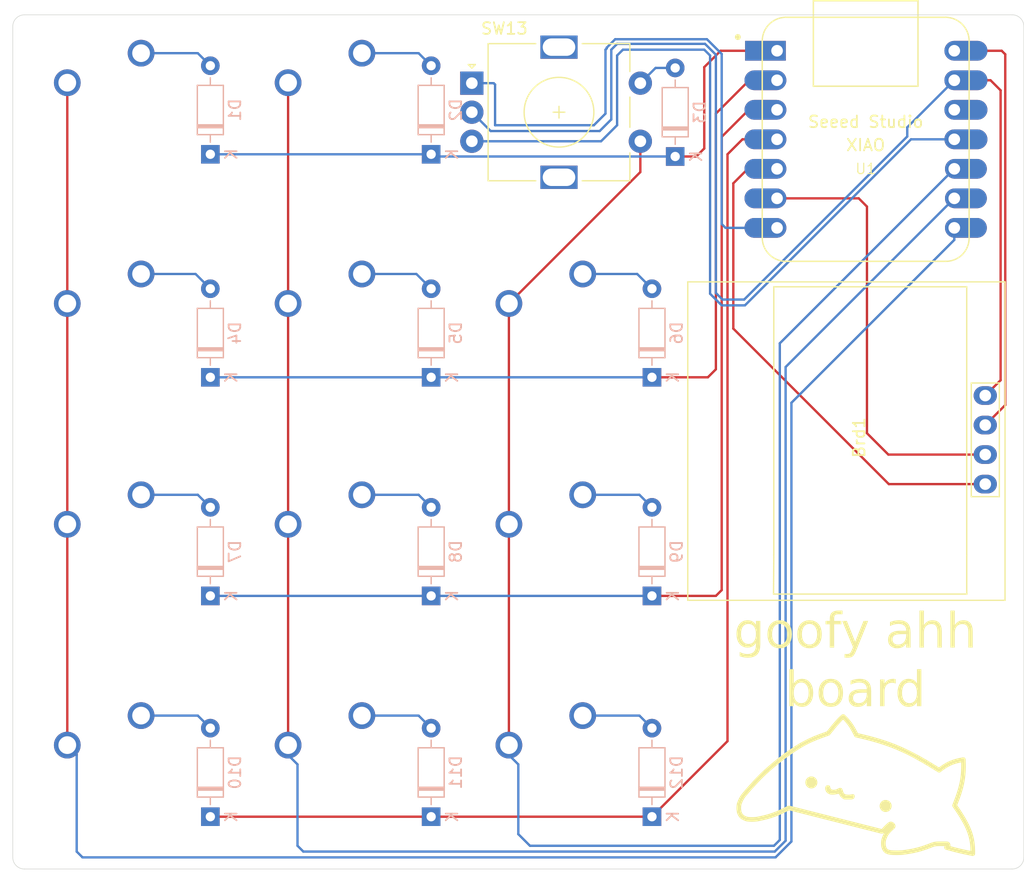
<source format=kicad_pcb>
(kicad_pcb (version 20240108) (generator "pcbnew") (generator_version "8.0")
  (layers (0 "F.Cu" signal) (31 "B.Cu" signal) (34 "B.Paste" user) (35 "F.Paste" user) (36 "B.SilkS" user "B.Silkscreen") (37 "F.SilkS" user "F.Silkscreen") (38 "B.Mask" user) (39 "F.Mask" user) (44 "Edge.Cuts" user))
  (net 0 "")
  (net 1 "SCL")
  (net 2 "GND")
  (net 3 "VCC")
  (net 4 "SDA")
  (net 5 "Net-(D1-A)")
  (net 6 "ROW0")
  (net 7 "Net-(D2-A)")
  (net 8 "ESWS2")
  (net 9 "ROW1")
  (net 10 "Net-(D5-A)")
  (net 11 "Net-(D6-A)")
  (net 12 "Net-(D7-A)")
  (net 13 "Net-(D8-A)")
  (net 14 "Net-(D9-A)")
  (net 15 "ROW2")
  (net 16 "Net-(D10-A)")
  (net 17 "Net-(D11-A)")
  (net 18 "Net-(D12-A)")
  (net 19 "Net-(D4-A)")
  (net 20 "COL2")
  (net 21 "COL1")
  (net 22 "COL0")
  (net 23 "ESWA")
  (net 24 "ESWB")
  (net 26 "ROW3")
  (footprint "footprints:XIAO-Generic-Hybrid-14P-2.54-21X17.8MM" (layer "F.Cu") (at 197.8895 72.712015)
    (property "Reference" "U1")
    (property "Value" "MOUDLE-SEEEDUINO-XIAO" (hide yes))
  )
  (footprint "footprints:MX-Solderable-1U" (layer "F.Cu") (at 152 89.38)
    (property "Reference" "SW5")
    (property "Value" "SW_Push_45deg")
  )
  (footprint "footprints:MX-Solderable-1U" (layer "F.Cu") (at 152 108.38)
    (property "Reference" "SW8")
    (property "Value" "SW_Push_45deg")
  )
  (footprint "footprints:MX-Solderable-1U" (layer "F.Cu") (at 133 70.38)
    (property "Reference" "SW1")
    (property "Value" "SW_Push_45deg")
  )
  (footprint "footprints:MX-Solderable-1U" (layer "F.Cu") (at 171 127.38)
    (property "Reference" "SW12")
    (property "Value" "SW_Push_45deg")
  )
  (footprint "SSD1306:128x64OLED" (layer "F.Cu") (at 197.58 98.38 -90)
    (property "Reference" "Brd1")
    (property "Value" "SSD1306")
  )
  (footprint "footprints:MX-Solderable-1U" (layer "F.Cu") (at 152 70.38)
    (property "Reference" "SW2")
    (property "Value" "SW_Push_45deg")
  )
  (footprint "footprints:MX-Solderable-1U" (layer "F.Cu") (at 133 108.38)
    (property "Reference" "SW7")
    (property "Value" "SW_Push_45deg")
  )
  (footprint "footprints:MX-Solderable-1U" (layer "F.Cu") (at 171 108.38)
    (property "Reference" "SW9")
    (property "Value" "SW_Push_45deg")
  )
  (footprint "footprints:MX-Solderable-1U" (layer "F.Cu") (at 171 89.38)
    (property "Reference" "SW6")
    (property "Value" "SW_Push_45deg")
  )
  (footprint "footprints:MX-Solderable-1U" (layer "F.Cu") (at 133 127.38)
    (property "Reference" "SW10")
    (property "Value" "SW_Push_45deg")
  )
  (footprint "footprints:MX-Solderable-1U" (layer "F.Cu") (at 152 127.38)
    (property "Reference" "SW11")
    (property "Value" "SW_Push_45deg")
  )
  (footprint "Rotary_Encoder:RotaryEncoder_Alps_EC11E-Switch_Vertical_H20mm" (layer "F.Cu") (at 164 67.88)
    (property "Reference" "SW13")
    (property "Value" "RotaryEncoder_Switch")
  )
  (footprint "footprints:MX-Solderable-1U" (layer "F.Cu") (at 133 89.38)
    (property "Reference" "SW4")
    (property "Value" "SW_Push_45deg")
  )
  (footprint "Diode_THT:D_DO-35_SOD27_P7.62mm_Horizontal" (layer "B.Cu") (at 179.5 112 90)
    (property "Reference" "D9")
    (property "Value" "D")
  )
  (footprint "Diode_THT:D_DO-35_SOD27_P7.62mm_Horizontal" (layer "B.Cu") (at 160.5 112 90)
    (property "Reference" "D8")
    (property "Value" "D")
  )
  (footprint "Diode_THT:D_DO-35_SOD27_P7.62mm_Horizontal" (layer "B.Cu") (at 141.5 74 90)
    (property "Reference" "D1")
    (property "Value" "D")
  )
  (footprint "Diode_THT:D_DO-35_SOD27_P7.62mm_Horizontal" (layer "B.Cu") (at 141.5 112 90)
    (property "Reference" "D7")
    (property "Value" "D")
  )
  (footprint "Diode_THT:D_DO-35_SOD27_P7.62mm_Horizontal" (layer "B.Cu") (at 160.5 131 90)
    (property "Reference" "D11")
    (property "Value" "D")
  )
  (footprint "Diode_THT:D_DO-35_SOD27_P7.62mm_Horizontal" (layer "B.Cu") (at 141.5 131 90)
    (property "Reference" "D10")
    (property "Value" "D")
  )
  (footprint "Diode_THT:D_DO-35_SOD27_P7.62mm_Horizontal" (layer "B.Cu") (at 160.5 74 90)
    (property "Reference" "D2")
    (property "Value" "D")
  )
  (footprint "Diode_THT:D_DO-35_SOD27_P7.62mm_Horizontal" (layer "B.Cu") (at 179.5 93.19 90)
    (property "Reference" "D6")
    (property "Value" "D")
  )
  (footprint "Diode_THT:D_DO-35_SOD27_P7.62mm_Horizontal" (layer "B.Cu") (at 141.5 93.19 90)
    (property "Reference" "D4")
    (property "Value" "D")
  )
  (footprint "Diode_THT:D_DO-35_SOD27_P7.62mm_Horizontal" (layer "B.Cu") (at 179.5 131 90)
    (property "Reference" "D12")
    (property "Value" "D")
  )
  (footprint "Diode_THT:D_DO-35_SOD27_P7.62mm_Horizontal" (layer "B.Cu") (at 181.5 74.19 90)
    (property "Reference" "D3")
    (property "Value" "D")
  )
  (footprint "Diode_THT:D_DO-35_SOD27_P7.62mm_Horizontal" (layer "B.Cu") (at 160.5 93.19 90)
    (property "Reference" "D5")
    (property "Value" "D")
  )
  (gr_poly (pts (xy 193.242635 127.536453) (xy 193.268836 127.538445) (xy 193.294657 127.541726) (xy 193.320064 127.546264) (xy 193.345025 127.552025) (xy 193.369509 127.558977) (xy 193.393481 127.567089) (xy 193.416911 127.576327) (xy 193.439765 127.586659) (xy 193.462011 127.598053) (xy 193.483617 127.610476) (xy 193.50455 127.623896) (xy 193.524778 127.63828) (xy 193.544269 127.653597) (xy 193.562989 127.669813) (xy 193.580907 127.686896) (xy 193.597991 127.704814) (xy 193.614207 127.723535) (xy 193.629524 127.743026) (xy 193.643908 127.763254) (xy 193.657328 127.784187) (xy 193.669751 127.805793) (xy 193.681145 127.828039) (xy 193.691477 127.850893) (xy 193.700715 127.874323) (xy 193.708827 127.898295) (xy 193.715779 127.922778) (xy 193.72154 127.94774) (xy 193.726078 127.973147) (xy 193.729359 127.998968) (xy 193.731351 128.025169) (xy 193.732023 128.051719) (xy 193.731351 128.078269) (xy 193.729359 128.104471) (xy 193.726078 128.130291) (xy 193.72154 128.155698) (xy 193.715779 128.18066) (xy 193.708827 128.205143) (xy 193.700715 128.229115) (xy 193.691477 128.252545) (xy 193.681145 128.275399) (xy 193.669751 128.297645) (xy 193.657328 128.319251) (xy 193.643908 128.340184) (xy 193.629524 128.360412) (xy 193.614207 128.379903) (xy 193.597991 128.398623) (xy 193.580907 128.416541) (xy 193.562989 128.433625) (xy 193.544269 128.449841) (xy 193.524778 128.465157) (xy 193.50455 128.479542) (xy 193.483617 128.492962) (xy 193.462011 128.505385) (xy 193.439765 128.516779) (xy 193.416911 128.527111) (xy 193.393481 128.536349) (xy 193.369509 128.54446) (xy 193.345025 128.551412) (xy 193.320064 128.557173) (xy 193.294657 128.561711) (xy 193.268836 128.564992) (xy 193.242635 128.566984) (xy 193.216085 128.567655) (xy 193.189535 128.566984) (xy 193.163334 128.564992) (xy 193.137513 128.561711) (xy 193.112106 128.557173) (xy 193.087144 128.551412) (xy 193.062661 128.54446) (xy 193.038689 128.536349) (xy 193.015259 128.527111) (xy 192.992405 128.516779) (xy 192.970159 128.505385) (xy 192.948553 128.492962) (xy 192.92762 128.479542) (xy 192.907392 128.465157) (xy 192.887901 128.449841) (xy 192.869181 128.433625) (xy 192.851262 128.416541) (xy 192.834179 128.398623) (xy 192.817963 128.379903) (xy 192.802646 128.360412) (xy 192.788262 128.340184) (xy 192.774842 128.319251) (xy 192.762419 128.297645) (xy 192.751025 128.275399) (xy 192.740693 128.252545) (xy 192.731455 128.229115) (xy 192.723343 128.205143) (xy 192.716391 128.18066) (xy 192.71063 128.155698) (xy 192.706092 128.130291) (xy 192.702811 128.104471) (xy 192.700819 128.078269) (xy 192.700148 128.051719) (xy 192.700819 128.025169) (xy 192.702811 127.998968) (xy 192.706092 127.973147) (xy 192.71063 127.94774) (xy 192.716391 127.922778) (xy 192.723343 127.898295) (xy 192.731455 127.874323) (xy 192.740693 127.850893) (xy 192.751025 127.828039) (xy 192.762419 127.805793) (xy 192.774842 127.784187) (xy 192.788262 127.763254) (xy 192.802646 127.743026) (xy 192.817963 127.723535) (xy 192.834179 127.704814) (xy 192.851262 127.686896) (xy 192.869181 127.669813) (xy 192.887901 127.653597) (xy 192.907392 127.63828) (xy 192.92762 127.623896) (xy 192.948553 127.610476) (xy 192.970159 127.598053) (xy 192.992405 127.586659) (xy 193.015259 127.576327) (xy 193.038689 127.567089) (xy 193.062661 127.558977) (xy 193.087144 127.552025) (xy 193.112106 127.546264) (xy 193.137513 127.541726) (xy 193.163334 127.538445) (xy 193.189535 127.536453) (xy 193.216085 127.535782)) (stroke (width -0.000001)) (fill solid) (layer "F.SilkS"))
  (gr_poly (pts (xy 196.122983 122.541653) (xy 196.201002 122.622971) (xy 196.275559 122.704472) (xy 196.347164 122.786944) (xy 196.416326 122.871174) (xy 196.483554 122.957953) (xy 196.549358 123.048068) (xy 196.614246 123.142309) (xy 196.678729 123.241464) (xy 196.743314 123.346321) (xy 196.808512 123.45767) (xy 196.874832 123.576298) (xy 196.942783 123.702995) (xy 197.085615 123.983751) (xy 197.618235 124.105803) (xy 198.122377 124.230705) (xy 198.601648 124.359746) (xy 199.059654 124.494213) (xy 199.5 124.635395) (xy 199.926292 124.784579) (xy 200.342137 124.943055) (xy 200.751138 125.112111) (xy 201.156904 125.293034) (xy 201.563038 125.487113) (xy 201.973147 125.695636) (xy 202.390838 125.919891) (xy 202.819714 126.161167) (xy 203.263383 126.420751) (xy 204.209521 127) (xy 204.340831 126.900266) (xy 204.467092 126.808334) (xy 204.589357 126.72375) (xy 204.708676 126.646064) (xy 204.826099 126.574822) (xy 204.942676 126.509572) (xy 205.05946 126.449863) (xy 205.177499 126.395242) (xy 205.297846 126.345257) (xy 205.42155 126.299456) (xy 205.549662 126.257387) (xy 205.683232 126.218597) (xy 205.823312 126.182634) (xy 205.970952 126.149046) (xy 206.127203 126.117381) (xy 206.293115 126.087187) (xy 206.302868 126.352926) (xy 206.306771 126.606885) (xy 206.304453 126.851048) (xy 206.295542 127.0874) (xy 206.279666 127.317921) (xy 206.256454 127.544596) (xy 206.225534 127.769409) (xy 206.186534 127.994341) (xy 206.139082 128.221376) (xy 206.082807 128.452498) (xy 206.017337 128.689689) (xy 205.9423 128.934932) (xy 205.857325 129.190212) (xy 205.76204 129.45751) (xy 205.539052 130.036095) (xy 205.763163 130.36243) (xy 205.966715 130.670067) (xy 206.150509 130.961094) (xy 206.315348 131.2376) (xy 206.462034 131.501675) (xy 206.591367 131.755407) (xy 206.70415 132.000885) (xy 206.801185 132.240198) (xy 206.883272 132.475436) (xy 206.951214 132.708686) (xy 207.005812 132.942038) (xy 207.047869 133.17758) (xy 207.078185 133.417403) (xy 207.097563 133.663594) (xy 207.106804 133.918243) (xy 207.10671 134.183438) (xy 206.505784 134.062234) (xy 206.236912 134.003857) (xy 205.97697 133.944077) (xy 205.716859 133.880731) (xy 205.447479 133.811655) (xy 204.844522 133.647656) (xy 204.866874 133.639035) (xy 204.887003 133.630471) (xy 204.904995 133.621877) (xy 204.913217 133.617543) (xy 204.920936 133.61317) (xy 204.928164 133.608748) (xy 204.934911 133.604266) (xy 204.941188 133.599713) (xy 204.947006 133.595079) (xy 204.952376 133.590353) (xy 204.957307 133.585525) (xy 204.961812 133.580583) (xy 204.9659 133.575519) (xy 204.969582 133.57032) (xy 204.97287 133.564977) (xy 204.975773 133.559478) (xy 204.978303 133.553814) (xy 204.98047 133.547973) (xy 204.982285 133.541945) (xy 204.983758 133.53572) (xy 204.984901 133.529287) (xy 204.985724 133.522635) (xy 204.986238 133.515754) (xy 204.986453 133.508633) (xy 204.986381 133.501262) (xy 204.985415 133.485726) (xy 204.983428 133.469061) (xy 204.981843 133.452392) (xy 204.979904 133.436897) (xy 204.977486 133.422552) (xy 204.97446 133.409334) (xy 204.97268 133.40314) (xy 204.9707 133.39722) (xy 204.968505 133.39157) (xy 204.966078 133.386187) (xy 204.963404 133.381068) (xy 204.960468 133.37621) (xy 204.957252 133.371612) (xy 204.953742 133.367268) (xy 204.949921 133.363178) (xy 204.945773 133.359337) (xy 204.941283 133.355743) (xy 204.936435 133.352393) (xy 204.931212 133.349283) (xy 204.9256 133.346412) (xy 204.919581 133.343776) (xy 204.91314 133.341373) (xy 204.906262 133.339198) (xy 204.89893 133.337251) (xy 204.891128 133.335526) (xy 204.882841 133.334023) (xy 204.874053 133.332736) (xy 204.864748 133.331665) (xy 204.844522 133.330155) (xy 204.110303 133.330155) (xy 204.021408 133.335815) (xy 203.980249 133.339417) (xy 203.940872 133.343633) (xy 203.902968 133.348537) (xy 203.866229 133.354203) (xy 203.830348 133.360704) (xy 203.795016 133.368116) (xy 203.759924 133.376512) (xy 203.724765 133.385966) (xy 203.689231 133.396553) (xy 203.653014 133.408346) (xy 203.615805 133.421419) (xy 203.577296 133.435847) (xy 203.495147 133.469061) (xy 203.172711 133.59015) (xy 202.874911 133.693773) (xy 202.591905 133.782351) (xy 202.313853 133.858302) (xy 202.030914 133.924046) (xy 201.733247 133.982) (xy 201.411011 134.034585) (xy 201.054364 134.084218) (xy 200.916405 134.091628) (xy 200.790406 134.09692) (xy 200.672378 134.100096) (xy 200.558332 134.101154) (xy 200.444279 134.100096) (xy 200.326228 134.09692) (xy 200.200191 134.091628) (xy 200.062178 134.084218) (xy 199.989342 134.072222) (xy 199.922412 134.058503) (xy 199.861068 134.042782) (xy 199.804994 134.024778) (xy 199.778833 134.014832) (xy 199.75387 134.00421) (xy 199.730064 133.992877) (xy 199.707377 133.980799) (xy 199.685769 133.967939) (xy 199.665199 133.954263) (xy 199.645628 133.939737) (xy 199.627016 133.924323) (xy 199.609323 133.907989) (xy 199.592509 133.890699) (xy 199.576535 133.872417) (xy 199.561361 133.853108) (xy 199.546947 133.832739) (xy 199.533254 133.811272) (xy 199.520241 133.788675) (xy 199.507868 133.76491) (xy 199.496097 133.739945) (xy 199.484886 133.713742) (xy 199.463989 133.657487) (xy 199.444859 133.595864) (xy 199.427177 133.528594) (xy 199.419731 133.459625) (xy 199.414392 133.397175) (xy 199.411171 133.339333) (xy 199.410078 133.284188) (xy 199.411122 133.229828) (xy 199.414313 133.174342) (xy 199.419662 133.115817) (xy 199.427177 133.052343) (xy 199.453611 132.960205) (xy 199.481181 132.873471) (xy 199.510271 132.791559) (xy 199.541264 132.713891) (xy 199.574543 132.639884) (xy 199.610491 132.568959) (xy 199.649492 132.500534) (xy 199.691928 132.434028) (xy 199.738183 132.368862) (xy 199.788641 132.304453) (xy 199.843683 132.240222) (xy 199.903694 132.175588) (xy 199.969056 132.109971) (xy 200.040153 132.042788) (xy 200.117368 131.97346) (xy 200.201084 131.901406) (xy 200.208535 131.894956) (xy 200.215427 131.888522) (xy 200.221764 131.8821) (xy 200.227549 131.875685) (xy 200.232787 131.869275) (xy 200.237482 131.862864) (xy 200.241636 131.856449) (xy 200.245255 131.850026) (xy 200.248341 131.843591) (xy 200.250899 131.83714) (xy 200.252933 131.830669) (xy 200.254446 131.824174) (xy 200.255442 131.817652) (xy 200.255925 131.811097) (xy 200.255898 131.804506) (xy 200.255367 131.797876) (xy 200.254333 131.791202) (xy 200.252802 131.784479) (xy 200.250777 131.777706) (xy 200.248262 131.770876) (xy 200.24526 131.763987) (xy 200.241776 131.757033) (xy 200.237813 131.750013) (xy 200.233376 131.74292) (xy 200.228467 131.735752) (xy 200.223092 131.728504) (xy 200.217252 131.721173) (xy 200.210954 131.713754) (xy 200.196993 131.698638) (xy 200.18124 131.683124) (xy 200.161521 131.667602) (xy 200.14323 131.654449) (xy 200.134556 131.648741) (xy 200.126164 131.643601) (xy 200.118027 131.639021) (xy 200.110119 131.634994) (xy 200.102417 131.63151) (xy 200.094894 131.628563) (xy 200.087524 131.626144) (xy 200.080283 131.624245) (xy 200.073144 131.622858) (xy 200.066083 131.621975) (xy 200.059075 131.621588) (xy 200.052093 131.621689) (xy 200.045112 131.62227) (xy 200.038107 131.623323) (xy 200.031052 131.62484) (xy 200.023923 131.626812) (xy 200.016693 131.629233) (xy 200.009338 131.632093) (xy 200.001831 131.635385) (xy 199.994147 131.639102) (xy 199.978149 131.647773) (xy 199.961139 131.658043) (xy 199.942914 131.669848) (xy 199.923272 131.683124) (xy 199.843456 131.754019) (xy 199.776073 131.815184) (xy 199.717451 131.870213) (xy 199.663915 131.922704) (xy 199.611794 131.976254) (xy 199.557412 132.034458) (xy 199.497098 132.100914) (xy 199.427177 132.179218) (xy 199.412771 132.194571) (xy 199.398714 132.208157) (xy 199.384883 132.220021) (xy 199.371153 132.230211) (xy 199.357401 132.238772) (xy 199.350478 132.242457) (xy 199.343503 132.245752) (xy 199.33646 132.248663) (xy 199.329335 132.251196) (xy 199.32211 132.253357) (xy 199.314772 132.255151) (xy 199.307304 132.256585) (xy 199.299692 132.257663) (xy 199.283969 132.258779) (xy 199.26748 132.258546) (xy 199.250102 132.257008) (xy 199.231709 132.254214) (xy 199.212179 132.250208) (xy 199.191387 132.245038) (xy 199.169209 132.238751) (xy 191.410304 130.274219) (xy 191.385035 130.267396) (xy 191.373112 130.264591) (xy 191.361636 130.262176) (xy 191.350585 130.260141) (xy 191.339937 130.258477) (xy 191.329672 130.257173) (xy 191.319768 130.256219) (xy 191.310204 130.255606) (xy 191.300958 130.255324) (xy 191.29201 130.255361) (xy 191.283337 130.255709) (xy 191.274918 130.256358) (xy 191.266733 130.257297) (xy 191.25876 130.258516) (xy 191.250977 130.260005) (xy 191.243364 130.261755) (xy 191.235899 130.263755) (xy 191.221327 130.268467) (xy 191.207091 130.274059) (xy 191.193021 130.280453) (xy 191.178947 130.287568) (xy 191.164697 130.295323) (xy 191.134991 130.312438) (xy 191.132491 130.313907) (xy 190.794099 130.48361) (xy 190.481064 130.629666) (xy 190.330804 130.694928) (xy 190.182983 130.755602) (xy 190.0363 130.812126) (xy 189.889454 130.864943) (xy 189.741146 130.914492) (xy 189.590074 130.961215) (xy 189.434939 131.005552) (xy 189.274441 131.047944) (xy 188.932151 131.128656) (xy 188.552803 131.206876) (xy 188.428789 131.219513) (xy 188.316025 131.228659) (xy 188.211009 131.234254) (xy 188.110243 131.236239) (xy 188.010227 131.234554) (xy 187.907461 131.229138) (xy 187.798444 131.219932) (xy 187.679678 131.206876) (xy 187.606728 131.182327) (xy 187.539352 131.157455) (xy 187.477237 131.131933) (xy 187.420065 131.105433) (xy 187.367523 131.077626) (xy 187.319296 131.048185) (xy 187.296702 131.032749) (xy 187.275068 131.016781) (xy 187.254355 131.000241) (xy 187.234524 130.983087) (xy 187.215535 130.965279) (xy 187.197349 130.946775) (xy 187.179926 130.927534) (xy 187.163228 130.907516) (xy 187.147214 130.886679) (xy 187.131846 130.864983) (xy 187.117084 130.842386) (xy 187.102888 130.818847) (xy 187.076039 130.768781) (xy 187.050983 130.714456) (xy 187.027405 130.655545) (xy 187.004991 130.591719) (xy 186.990185 130.495129) (xy 186.979564 130.406916) (xy 186.975831 130.365079) (xy 186.973152 130.324289) (xy 186.97153 130.284196) (xy 186.970969 130.244453) (xy 186.971472 130.20471) (xy 186.97304 130.164618) (xy 186.975677 130.123828) (xy 186.979386 130.08199) (xy 186.984169 130.038757) (xy 186.990029 129.993778) (xy 187.004991 129.897189) (xy 187.057593 129.7626) (xy 187.082907 129.700966) (xy 187.107972 129.642505) (xy 187.133096 129.586764) (xy 187.158585 129.533292) (xy 187.184747 129.481638) (xy 187.211887 129.43135) (xy 187.240313 129.381977) (xy 187.270333 129.333068) (xy 187.302252 129.28417) (xy 187.336377 129.234833) (xy 187.373017 129.184605) (xy 187.412477 129.133035) (xy 187.455064 129.079671) (xy 187.501085 129.024062) (xy 187.950793 128.506185) (xy 188.370815 128.043511) (xy 188.775533 127.622534) (xy 188.976648 127.423463) (xy 189.179331 127.229751) (xy 189.385379 127.039712) (xy 189.59659 126.851657) (xy 190.041693 126.474749) (xy 190.529022 126.085521) (xy 191.07296 125.670469) (xy 191.527873 125.351016) (xy 191.949759 125.072869) (xy 192.152659 124.947016) (xy 192.352511 124.828766) (xy 192.551053 124.717211) (xy 192.75002 124.611443) (xy 192.951149 124.510554) (xy 193.156177 124.413637) (xy 193.366841 124.319783) (xy 193.584875 124.228084) (xy 194.050005 124.047522) (xy 194.565459 123.864688) (xy 194.58093 123.860673) (xy 194.588 123.858685) (xy 194.594697 123.856684) (xy 194.601071 123.854654) (xy 194.607174 123.852574) (xy 194.613058 123.850427) (xy 194.618774 123.848193) (xy 194.624375 123.845855) (xy 194.629912 123.843394) (xy 194.635436 123.840791) (xy 194.640999 123.838027) (xy 194.65245 123.831946) (xy 194.664678 123.825001) (xy 195.139847 123.236301) (xy 195.341499 122.997135) (xy 195.552445 122.760866) (xy 195.657678 122.65002) (xy 195.760762 122.547341) (xy 195.860207 122.455309) (xy 195.954522 122.376406)) (stroke (width 0.396874)) (fill none) (layer "F.SilkS"))
  (gr_poly (pts (xy 194.675209 128.29119) (xy 194.695203 128.293495) (xy 194.713484 128.296849) (xy 194.722013 128.298948) (xy 194.730151 128.301342) (xy 194.737909 128.304043) (xy 194.745301 128.307061) (xy 194.752338 128.310409) (xy 194.759032 128.314096) (xy 194.765396 128.318134) (xy 194.771442 128.322534) (xy 194.777182 128.327307) (xy 194.782629 128.332465) (xy 194.787794 128.338017) (xy 194.79269 128.343976) (xy 194.797329 128.350352) (xy 194.801724 128.357157) (xy 194.805885 128.364401) (xy 194.809827 128.372095) (xy 194.813561 128.380252) (xy 194.817098 128.38888) (xy 194.823635 128.4076) (xy 194.829536 128.428344) (xy 194.834897 128.4512) (xy 194.839817 128.476256) (xy 194.849937 128.505202) (xy 194.86047 128.531522) (xy 194.871571 128.555316) (xy 194.883395 128.576688) (xy 194.889627 128.586497) (xy 194.896098 128.595738) (xy 194.902826 128.604425) (xy 194.909833 128.61257) (xy 194.917136 128.620186) (xy 194.924756 128.627286) (xy 194.932711 128.633882) (xy 194.941022 128.639987) (xy 194.949707 128.645614) (xy 194.958785 128.650775) (xy 194.968277 128.655484) (xy 194.978201 128.659753) (xy 194.988577 128.663595) (xy 194.999424 128.667023) (xy 195.010762 128.67005) (xy 195.02261 128.672687) (xy 195.047912 128.676847) (xy 195.075486 128.679605) (xy 195.105487 128.681063) (xy 195.13807 128.681323) (xy 195.165858 128.679864) (xy 195.192032 128.677981) (xy 195.216775 128.675639) (xy 195.240274 128.672805) (xy 195.26271 128.669446) (xy 195.284271 128.665526) (xy 195.305139 128.661013) (xy 195.325499 128.655872) (xy 195.345537 128.65007) (xy 195.365435 128.643573) (xy 195.385379 128.636347) (xy 195.405553 128.628358) (xy 195.426142 128.619572) (xy 195.44733 128.609956) (xy 195.492242 128.588097) (xy 195.539632 128.564617) (xy 195.561949 128.554578) (xy 195.583384 128.545684) (xy 195.603966 128.537943) (xy 195.623722 128.531361) (xy 195.642681 128.525948) (xy 195.660871 128.52171) (xy 195.678319 128.518657) (xy 195.695054 128.516795) (xy 195.711104 128.516132) (xy 195.726497 128.516677) (xy 195.741261 128.518437) (xy 195.755425 128.52142) (xy 195.769015 128.525633) (xy 195.78206 128.531085) (xy 195.794589 128.537784) (xy 195.806629 128.545737) (xy 195.818209 128.554951) (xy 195.829356 128.565436) (xy 195.840098 128.577199) (xy 195.850465 128.590247) (xy 195.860482 128.604589) (xy 195.87018 128.620232) (xy 195.879585 128.637184) (xy 195.888727 128.655453) (xy 195.897632 128.675047) (xy 195.906329 128.695973) (xy 195.923212 128.741855) (xy 195.939599 128.793161) (xy 195.939598 128.793161) (xy 195.951245 128.836611) (xy 195.963832 128.875715) (xy 195.977559 128.910715) (xy 195.984914 128.926752) (xy 195.992629 128.941856) (xy 196.00073 128.956056) (xy 196.009242 128.969382) (xy 196.01819 128.981867) (xy 196.0276 128.993539) (xy 196.037496 129.004429) (xy 196.047903 129.014568) (xy 196.058848 129.023987) (xy 196.070354 129.032716) (xy 196.082447 129.040785) (xy 196.095153 129.048225) (xy 196.108495 129.055067) (xy 196.122501 129.061341) (xy 196.137194 129.067077) (xy 196.1526 129.072307) (xy 196.18565 129.081368) (xy 196.221854 129.088767) (xy 196.261412 129.094749) (xy 196.304525 129.099558) (xy 196.351395 129.103438) (xy 196.391206 129.10511) (xy 196.427302 129.105756) (xy 196.460816 129.105297) (xy 196.492877 129.103651) (xy 196.524616 129.100738) (xy 196.557164 129.096478) (xy 196.591651 129.09079) (xy 196.629209 129.083594) (xy 196.6698 129.076884) (xy 196.706889 129.071489) (xy 196.740633 129.067632) (xy 196.771189 129.065537) (xy 196.78532 129.06522) (xy 196.798713 129.065427) (xy 196.811387 129.066186) (xy 196.823363 129.067526) (xy 196.834658 129.069473) (xy 196.845294 129.072057) (xy 196.85529 129.075304) (xy 196.864665 129.079243) (xy 196.873438 129.083903) (xy 196.881631 129.08931) (xy 196.889261 129.095492) (xy 196.896349 129.102479) (xy 196.902914 129.110297) (xy 196.908976 129.118974) (xy 196.914554 129.128539) (xy 196.919669 129.13902) (xy 196.924339 129.150444) (xy 196.928584 129.162839) (xy 196.932424 129.176233) (xy 196.935879 129.190655) (xy 196.938968 129.206131) (xy 196.94171 129.222691) (xy 196.944125 129.240362) (xy 196.946233 129.259171) (xy 196.940163 129.290677) (xy 196.932759 129.319662) (xy 196.923917 129.346233) (xy 196.918922 129.358646) (xy 196.913527 129.370494) (xy 196.907719 129.381793) (xy 196.901484 129.392554) (xy 196.894809 129.40279) (xy 196.887681 129.412516) (xy 196.880086 129.421744) (xy 196.87201 129.430488) (xy 196.863442 129.438761) (xy 196.854366 129.446576) (xy 196.84477 129.453946) (xy 196.834641 129.460885) (xy 196.823965 129.467405) (xy 196.812728 129.473521) (xy 196.800918 129.479245) (xy 196.788521 129.484591) (xy 196.761913 129.494201) (xy 196.732796 129.502456) (xy 196.701064 129.509463) (xy 196.66661 129.515328) (xy 196.629328 129.520156) (xy 196.133115 129.520156) (xy 196.116107 129.518564) (xy 196.099935 129.5166) (xy 196.084506 129.514236) (xy 196.069728 129.511448) (xy 196.055507 129.508208) (xy 196.04175 129.504492) (xy 196.028365 129.500273) (xy 196.015258 129.495525) (xy 196.002337 129.490222) (xy 195.989509 129.484339) (xy 195.97668 129.477848) (xy 195.963758 129.470725) (xy 195.95065 129.462943) (xy 195.937262 129.454477) (xy 195.923503 129.445299) (xy 195.909278 129.435385) (xy 195.880588 129.414043) (xy 195.854054 129.393681) (xy 195.829546 129.374142) (xy 195.806937 129.355269) (xy 195.786099 129.336904) (xy 195.766902 129.318888) (xy 195.749219 129.301065) (xy 195.732922 129.283276) (xy 195.717882 129.265364) (xy 195.703971 129.247171) (xy 195.69106 129.228539) (xy 195.679021 129.209311) (xy 195.667726 129.189329) (xy 195.657047 129.168436) (xy 195.646855 129.146473) (xy 195.637022 129.123282) (xy 195.63214 129.111851) (xy 195.627186 129.101391) (xy 195.622154 129.091863) (xy 195.61704 129.083232) (xy 195.611837 129.075459) (xy 195.606541 129.068508) (xy 195.601144 129.062341) (xy 195.595643 129.05692) (xy 195.590031 129.05221) (xy 195.584303 129.048172) (xy 195.578453 129.04477) (xy 195.572476 129.041966) (xy 195.566366 129.039722) (xy 195.560118 129.038002) (xy 195.553725 129.036769) (xy 195.547184 129.035985) (xy 195.540487 129.035613) (xy 195.53363 129.035615) (xy 195.519412 129.036595) (xy 195.504485 129.038627) (xy 195.488805 129.041414) (xy 195.455009 129.048058) (xy 195.436804 129.051321) (xy 195.417669 129.054146) (xy 195.336157 129.071283) (xy 195.257334 129.085184) (xy 195.218613 129.090765) (xy 195.180183 129.095351) (xy 195.141917 129.098878) (xy 195.103686 129.101286) (xy 195.065365 129.102511) (xy 195.026827 129.102492) (xy 194.987943 129.101167) (xy 194.948587 129.098472) (xy 194.908632 129.094346) (xy 194.86795 129.088727) (xy 194.826415 129.081553) (xy 194.783899 129.072761) (xy 194.742869 129.051417) (xy 194.705724 129.031424) (xy 194.672172 129.01247) (xy 194.64192 128.994243) (xy 194.614675 128.97643) (xy 194.590144 128.95872) (xy 194.568036 128.9408) (xy 194.548056 128.922359) (xy 194.538773 128.912845) (xy 194.529912 128.903084) (xy 194.521438 128.893036) (xy 194.513312 128.882663) (xy 194.497963 128.860783) (xy 194.483571 128.837134) (xy 194.469845 128.811401) (xy 194.45649 128.783275) (xy 194.443216 128.752441) (xy 194.429728 128.718589) (xy 194.421803 128.683712) (xy 194.415629 128.652099) (xy 194.413175 128.637212) (xy 194.411129 128.622774) (xy 194.409483 128.608663) (xy 194.408227 128.594758) (xy 194.407352 128.580937) (xy 194.406847 128.567076) (xy 194.406704 128.553054) (xy 194.406913 128.53875) (xy 194.407464 128.52404) (xy 194.408347 128.508802) (xy 194.411075 128.476256) (xy 194.419672 128.451399) (xy 194.428628 128.428814) (xy 194.438055 128.408393) (xy 194.448063 128.390024) (xy 194.453318 128.381576) (xy 194.45876 128.3736) (xy 194.464401 128.366082) (xy 194.470256 128.359009) (xy 194.476339 128.352367) (xy 194.482663 128.346142) (xy 194.489242 128.340321) (xy 194.49609 128.33489) (xy 194.50322 128.329836) (xy 194.510646 128.325143) (xy 194.518382 128.3208) (xy 194.526442 128.316792) (xy 194.534839 128.313105) (xy 194.543587 128.309726) (xy 194.562192 128.303836) (xy 194.582367 128.299013) (xy 194.60422 128.295147) (xy 194.627864 128.292127) (xy 194.653406 128.289845)) (stroke (width -0.000001)) (fill solid) (layer "F.SilkS"))
  (gr_poly (pts (xy 199.632321 129.560516) (xy 199.658523 129.562508) (xy 199.684343 129.565789) (xy 199.709751 129.570326) (xy 199.734712 129.576087) (xy 199.759195 129.58304) (xy 199.783168 129.591151) (xy 199.806598 129.600389) (xy 199.829452 129.610721) (xy 199.851698 129.622115) (xy 199.873304 129.634538) (xy 199.894237 129.647958) (xy 199.914465 129.662343) (xy 199.933956 129.677659) (xy 199.952676 129.693875) (xy 199.970595 129.710958) (xy 199.987678 129.728877) (xy 200.003894 129.747597) (xy 200.019211 129.767088) (xy 200.033595 129.787316) (xy 200.047016 129.808249) (xy 200.059439 129.829855) (xy 200.070833 129.852101) (xy 200.081165 129.874955) (xy 200.090403 129.898384) (xy 200.098514 129.922357) (xy 200.105467 129.94684) (xy 200.111228 129.971801) (xy 200.115765 129.997209) (xy 200.119046 130.023029) (xy 200.121039 130.049231) (xy 200.12171 130.075781) (xy 200.121039 130.102331) (xy 200.119046 130.128532) (xy 200.115765 130.154353) (xy 200.111228 130.17976) (xy 200.105467 130.204721) (xy 200.098514 130.229205) (xy 200.090403 130.253177) (xy 200.081165 130.276607) (xy 200.070833 130.299461) (xy 200.059439 130.321707) (xy 200.047016 130.343313) (xy 200.033595 130.364246) (xy 200.019211 130.384475) (xy 200.003894 130.403965) (xy 199.987678 130.422686) (xy 199.970595 130.440604) (xy 199.952676 130.457687) (xy 199.933956 130.473904) (xy 199.914465 130.48922) (xy 199.894237 130.503605) (xy 199.873304 130.517025) (xy 199.851698 130.529448) (xy 199.829452 130.540842) (xy 199.806598 130.551174) (xy 199.783168 130.560412) (xy 199.759195 130.568524) (xy 199.734712 130.575476) (xy 199.709751 130.581237) (xy 199.684343 130.585774) (xy 199.658523 130.589055) (xy 199.632321 130.591048) (xy 199.605771 130.591719) (xy 199.579221 130.591048) (xy 199.55302 130.589055) (xy 199.527199 130.585774) (xy 199.501792 130.581237) (xy 199.476831 130.575476) (xy 199.452348 130.568524) (xy 199.428375 130.560412) (xy 199.404945 130.551174) (xy 199.382091 130.540842) (xy 199.359845 130.529448) (xy 199.338239 130.517025) (xy 199.317306 130.503605) (xy 199.297078 130.48922) (xy 199.277588 130.473904) (xy 199.258867 130.457687) (xy 199.240949 130.440604) (xy 199.223866 130.422686) (xy 199.20765 130.403965) (xy 199.192333 130.384475) (xy 199.177949 130.364246) (xy 199.164529 130.343313) (xy 199.152106 130.321707) (xy 199.140712 130.299461) (xy 199.13038 130.276607) (xy 199.121142 130.253177) (xy 199.11303 130.229205) (xy 199.106078 130.204721) (xy 199.100317 130.17976) (xy 199.09578 130.154353) (xy 199.092499 130.128532) (xy 199.090506 130.102331) (xy 199.089835 130.075781) (xy 199.090506 130.049231) (xy 199.092499 130.023029) (xy 199.09578 129.997209) (xy 199.100317 129.971801) (xy 199.106078 129.94684) (xy 199.11303 129.922357) (xy 199.121142 129.898384) (xy 199.13038 129.874955) (xy 199.140712 129.852101) (xy 199.152106 129.829855) (xy 199.164529 129.808249) (xy 199.177949 129.787316) (xy 199.192333 129.767088) (xy 199.20765 129.747597) (xy 199.223866 129.728877) (xy 199.240949 129.710958) (xy 199.258867 129.693875) (xy 199.277588 129.677659) (xy 199.297078 129.662343) (xy 199.317306 129.647958) (xy 199.338239 129.634538) (xy 199.359845 129.622115) (xy 199.382091 129.610721) (xy 199.404945 129.600389) (xy 199.428375 129.591151) (xy 199.452348 129.58304) (xy 199.476831 129.576087) (xy 199.501792 129.570326) (xy 199.527199 129.565789) (xy 199.55302 129.562508) (xy 199.579221 129.560516) (xy 199.605771 129.559844)) (stroke (width -0.000001)) (fill solid) (layer "F.SilkS"))
  (gr_arc (start 125.5 135.5) (mid 124.792893 135.207107) (end 124.5 134.5) (stroke (width 0.05)) (layer "Edge.Cuts"))
  (gr_arc (start 124.5 63) (mid 124.792893 62.292893) (end 125.5 62) (stroke (width 0.05)) (layer "Edge.Cuts"))
  (gr_line (start 211.5 63) (end 211.5 134.5) (stroke (width 0.05)) (layer "Edge.Cuts"))
  (gr_arc (start 210.5 62) (mid 211.207107 62.292893) (end 211.5 63) (stroke (width 0.05)) (layer "Edge.Cuts"))
  (gr_line (start 124.5 134.5) (end 124.5 63) (stroke (width 0.05)) (layer "Edge.Cuts"))
  (gr_arc (start 211.5 134.5) (mid 211.207107 135.207107) (end 210.5 135.5) (stroke (width 0.05)) (layer "Edge.Cuts"))
  (gr_line (start 210.5 135.5) (end 125.5 135.5) (stroke (width 0.05)) (layer "Edge.Cuts"))
  (gr_line (start 125.5 62) (end 210.5 62) (stroke (width 0.05)) (layer "Edge.Cuts"))
  (gr_text "goofy ahh\nboard" (at 197 122 -0) (layer "F.SilkS") (effects (font (size 3 3) (thickness 0.1)) (justify bottom)))
  (segment (start 197.292015 77.792015) (end 190.2645 77.792015) (width 0.2) (layer "F.Cu") (net 1))
  (segment (start 198 98) (end 198 78.5) (width 0.2) (layer "F.Cu") (net 1))
  (segment (start 208.18 99.84) (end 199.84 99.84) (width 0.2) (layer "F.Cu") (net 1))
  (segment (start 199.84 99.84) (end 198 98) (width 0.2) (layer "F.Cu") (net 1))
  (segment (start 198 78.5) (end 197.292015 77.792015) (width 0.2) (layer "F.Cu") (net 1))
  (segment (start 208.632015 67.632015) (end 205.5145 67.632015) (width 0.2) (layer "F.Cu") (net 2))
  (segment (start 208.18 94.76) (end 209.5 93.44) (width 0.2) (layer "F.Cu") (net 2))
  (segment (start 209.5 68.5) (end 208.632015 67.632015) (width 0.2) (layer "F.Cu") (net 2))
  (segment (start 209.5 93.44) (end 209.5 68.5) (width 0.2) (layer "F.Cu") (net 2))
  (segment (start 184.065686 64.5) (end 185 65.434314) (width 0.2) (layer "B.Cu") (net 2))
  (segment (start 175 72) (end 176 71) (width 0.2) (layer "B.Cu") (net 2))
  (segment (start 165.62 72) (end 175 72) (width 0.2) (layer "B.Cu") (net 2))
  (segment (start 187.434314 86.5) (end 201.467157 72.467157) (width 0.2) (layer "B.Cu") (net 2))
  (segment (start 185.565686 86.5) (end 187.434314 86.5) (width 0.2) (layer "B.Cu") (net 2))
  (segment (start 176 65) (end 176.5 64.5) (width 0.2) (layer "B.Cu") (net 2))
  (segment (start 164 70.38) (end 165.62 72) (width 0.2) (layer "B.Cu") (net 2))
  (segment (start 185 85.934314) (end 185.565686 86.5) (width 0.2) (layer "B.Cu") (net 2))
  (segment (start 201.467157 72.467157) (end 201.467157 71.679358) (width 0.2) (layer "B.Cu") (net 2))
  (segment (start 201.467157 71.679358) (end 205.5145 67.632015) (width 0.2) (layer "B.Cu") (net 2))
  (segment (start 176 71) (end 176 65) (width 0.2) (layer "B.Cu") (net 2))
  (segment (start 185 65.434314) (end 185 85.934314) (width 0.2) (layer "B.Cu") (net 2))
  (segment (start 176.5 64.5) (end 184.065686 64.5) (width 0.2) (layer "B.Cu") (net 2))
  (segment (start 209.9 65.4) (end 209.592015 65.092015) (width 0.2) (layer "F.Cu") (net 3))
  (segment (start 208.18 97.3) (end 209.9 95.58) (width 0.2) (layer "F.Cu") (net 3))
  (segment (start 209.592015 65.092015) (end 205.5145 65.092015) (width 0.2) (layer "F.Cu") (net 3))
  (segment (start 209.9 95.58) (end 209.9 65.4) (width 0.2) (layer "F.Cu") (net 3))
  (segment (start 208.18 102.38) (end 199.88 102.38) (width 0.2) (layer "F.Cu") (net 4))
  (segment (start 187.747985 75.252015) (end 190.2645 75.252015) (width 0.2) (layer "F.Cu") (net 4))
  (segment (start 199.88 102.38) (end 186.5 89) (width 0.2) (layer "F.Cu") (net 4))
  (segment (start 186.5 89) (end 186.5 76.5) (width 0.2) (layer "F.Cu") (net 4))
  (segment (start 186.5 76.5) (end 187.747985 75.252015) (width 0.2) (layer "F.Cu") (net 4))
  (segment (start 140.42 65.3) (end 141.5 66.38) (width 0.2) (layer "B.Cu") (net 5))
  (segment (start 135.54 65.3) (end 140.42 65.3) (width 0.2) (layer "B.Cu") (net 5))
  (segment (start 183.31 74.19) (end 184 73.5) (width 0.2) (layer "F.Cu") (net 6))
  (segment (start 185.407985 65.092015) (end 190.2645 65.092015) (width 0.2) (layer "F.Cu") (net 6))
  (segment (start 181.5 74.19) (end 183.31 74.19) (width 0.2) (layer "F.Cu") (net 6))
  (segment (start 184 66.5) (end 185.407985 65.092015) (width 0.2) (layer "F.Cu") (net 6))
  (segment (start 184 73.5) (end 184 66.5) (width 0.2) (layer "F.Cu") (net 6))
  (segment (start 160.5 74) (end 160.69 74.19) (width 0.2) (layer "B.Cu") (net 6))
  (segment (start 160.69 74.19) (end 181.5 74.19) (width 0.2) (layer "B.Cu") (net 6))
  (segment (start 141.5 74) (end 160.5 74) (width 0.2) (layer "B.Cu") (net 6))
  (segment (start 159.42 65.3) (end 160.5 66.38) (width 0.2) (layer "B.Cu") (net 7))
  (segment (start 154.54 65.3) (end 159.42 65.3) (width 0.2) (layer "B.Cu") (net 7))
  (segment (start 181.5 66.57) (end 179.81 66.57) (width 0.2) (layer "B.Cu") (net 8))
  (segment (start 179.81 66.57) (end 178.5 67.88) (width 0.2) (layer "B.Cu") (net 8))
  (segment (start 184.31 93.19) (end 185 92.5) (width 0.2) (layer "F.Cu") (net 9))
  (segment (start 185 70.5) (end 187.867985 67.632015) (width 0.2) (layer "F.Cu") (net 9))
  (segment (start 185 92.5) (end 185 70.5) (width 0.2) (layer "F.Cu") (net 9))
  (segment (start 187.867985 67.632015) (end 190.2645 67.632015) (width 0.2) (layer "F.Cu") (net 9))
  (segment (start 179.5 93.19) (end 184.31 93.19) (width 0.2) (layer "F.Cu") (net 9))
  (segment (start 160.5 93.19) (end 179.5 93.19) (width 0.2) (layer "B.Cu") (net 9))
  (segment (start 141.5 93.19) (end 160.5 93.19) (width 0.2) (layer "B.Cu") (net 9))
  (segment (start 159.23 84.3) (end 160.5 85.57) (width 0.2) (layer "B.Cu") (net 10))
  (segment (start 154.54 84.3) (end 159.23 84.3) (width 0.2) (layer "B.Cu") (net 10))
  (segment (start 178.23 84.3) (end 179.5 85.57) (width 0.2) (layer "B.Cu") (net 11))
  (segment (start 173.54 84.3) (end 178.23 84.3) (width 0.2) (layer "B.Cu") (net 11))
  (segment (start 135.54 103.3) (end 140.42 103.3) (width 0.2) (layer "B.Cu") (net 12))
  (segment (start 140.42 103.3) (end 141.5 104.38) (width 0.2) (layer "B.Cu") (net 12))
  (segment (start 154.54 103.3) (end 159.42 103.3) (width 0.2) (layer "B.Cu") (net 13))
  (segment (start 159.42 103.3) (end 160.5 104.38) (width 0.2) (layer "B.Cu") (net 13))
  (segment (start 173.54 103.3) (end 178.42 103.3) (width 0.2) (layer "B.Cu") (net 14))
  (segment (start 178.42 103.3) (end 179.5 104.38) (width 0.2) (layer "B.Cu") (net 14))
  (segment (start 185 112) (end 185.5 111.5) (width 0.2) (layer "F.Cu") (net 15))
  (segment (start 185.5 111.5) (end 185.5 72.5) (width 0.2) (layer "F.Cu") (net 15))
  (segment (start 179.5 112) (end 185 112) (width 0.2) (layer "F.Cu") (net 15))
  (segment (start 185.5 72.5) (end 187.827985 70.172015) (width 0.2) (layer "F.Cu") (net 15))
  (segment (start 187.827985 70.172015) (end 190.2645 70.172015) (width 0.2) (layer "F.Cu") (net 15))
  (segment (start 141.5 112) (end 160.5 112) (width 0.2) (layer "B.Cu") (net 15))
  (segment (start 160.5 112) (end 179.5 112) (width 0.2) (layer "B.Cu") (net 15))
  (segment (start 135.54 122.3) (end 140.42 122.3) (width 0.2) (layer "B.Cu") (net 16))
  (segment (start 140.42 122.3) (end 141.5 123.38) (width 0.2) (layer "B.Cu") (net 16))
  (segment (start 154.54 122.3) (end 159.42 122.3) (width 0.2) (layer "B.Cu") (net 17))
  (segment (start 159.42 122.3) (end 160.5 123.38) (width 0.2) (layer "B.Cu") (net 17))
  (segment (start 173.54 122.3) (end 178.42 122.3) (width 0.2) (layer "B.Cu") (net 18))
  (segment (start 178.42 122.3) (end 179.5 123.38) (width 0.2) (layer "B.Cu") (net 18))
  (segment (start 135.54 84.3) (end 140.23 84.3) (width 0.2) (layer "B.Cu") (net 19))
  (segment (start 140.23 84.3) (end 141.5 85.57) (width 0.2) (layer "B.Cu") (net 19))
  (segment (start 129.19 67.84) (end 129.19 86.84) (width 0.2) (layer "F.Cu") (net 20))
  (segment (start 129.19 124.84) (end 130 125.65) (width 0.2) (layer "F.Cu") (net 20))
  (segment (start 129.19 105.84) (end 129.19 124.84) (width 0.2) (layer "F.Cu") (net 20))
  (segment (start 129.19 86.84) (end 129.19 105.84) (width 0.2) (layer "F.Cu") (net 20))
  (segment (start 191.5 133.131372) (end 191.5 95.382861) (width 0.2) (layer "B.Cu") (net 20))
  (segment (start 130 134) (end 130.5 134.5) (width 0.2) (layer "B.Cu") (net 20))
  (segment (start 190.131372 134.5) (end 191.5 133.131372) (width 0.2) (layer "B.Cu") (net 20))
  (segment (start 205.5145 81.368361) (end 205.5145 80.332015) (width 0.2) (layer "B.Cu") (net 20))
  (segment (start 130.5 134.5) (end 190.131372 134.5) (width 0.2) (layer "B.Cu") (net 20))
  (segment (start 130 125.65) (end 130 134) (width 0.2) (layer "B.Cu") (net 20))
  (segment (start 191.5 95.382861) (end 205.5145 81.368361) (width 0.2) (layer "B.Cu") (net 20))
  (segment (start 148.19 67.84) (end 148.19 86.84) (width 0.2) (layer "F.Cu") (net 21))
  (segment (start 148.19 86.84) (end 148.19 105.84) (width 0.2) (layer "F.Cu") (net 21))
  (segment (start 148.19 124.84) (end 148.19 125.69) (width 0.2) (layer "F.Cu") (net 21))
  (segment (start 148.19 124.31) (end 148.19 105.84) (width 0.2) (layer "F.Cu") (net 21))
  (segment (start 148.19 124.69) (end 148 124.5) (width 0.2) (layer "F.Cu") (net 21))
  (segment (start 148.19 124.84) (end 148.19 124.69) (width 0.2) (layer "F.Cu") (net 21))
  (segment (start 148 124.5) (end 148.19 124.31) (width 0.2) (layer "F.Cu") (net 21))
  (segment (start 190.065686 134) (end 191 133.065686) (width 0.2) (layer "B.Cu") (net 21))
  (segment (start 191 92.306515) (end 205.5145 77.792015) (width 0.2) (layer "B.Cu") (net 21))
  (segment (start 148.19 125.69) (end 149 126.5) (width 0.2) (layer "B.Cu") (net 21))
  (segment (start 149 133.5) (end 149.5 134) (width 0.2) (layer "B.Cu") (net 21))
  (segment (start 149 126.5) (end 149 133.5) (width 0.2) (layer "B.Cu") (net 21))
  (segment (start 191 133.065686) (end 191 92.306515) (width 0.2) (layer "B.Cu") (net 21))
  (segment (start 149.5 134) (end 190.065686 134) (width 0.2) (layer "B.Cu") (net 21))
  (segment (start 167.19 86.84) (end 178.5 75.53) (width 0.2) (layer "F.Cu") (net 22))
  (segment (start 167.19 86.84) (end 167.19 87.19) (width 0.2) (layer "F.Cu") (net 22))
  (segment (start 167.19 87.81) (end 167.19 105.84) (width 0.2) (layer "F.Cu") (net 22))
  (segment (start 167.19 124.84) (end 167.19 125.69) (width 0.2) (layer "F.Cu") (net 22))
  (segment (start 167.19 87.19) (end 167.5 87.5) (width 0.2) (layer "F.Cu") (net 22))
  (segment (start 178.5 75.53) (end 178.5 72.88) (width 0.2) (layer "F.Cu") (net 22))
  (segment (start 167.5 87.5) (end 167.19 87.81) (width 0.2) (layer "F.Cu") (net 22))
  (segment (start 167.19 105.84) (end 167.19 124.84) (width 0.2) (layer "F.Cu") (net 22))
  (segment (start 190.5 133) (end 190.5 90.266515) (width 0.2) (layer "B.Cu") (net 22))
  (segment (start 168 126.5) (end 168 132.5) (width 0.2) (layer "B.Cu") (net 22))
  (segment (start 190.5 90.266515) (end 205.5145 75.252015) (width 0.2) (layer "B.Cu") (net 22))
  (segment (start 169 133.5) (end 190 133.5) (width 0.2) (layer "B.Cu") (net 22))
  (segment (start 190 133.5) (end 190.5 133) (width 0.2) (layer "B.Cu") (net 22))
  (segment (start 167.19 125.69) (end 168 126.5) (width 0.2) (layer "B.Cu") (net 22))
  (segment (start 168 132.5) (end 169 133.5) (width 0.2) (layer "B.Cu") (net 22))
  (segment (start 166 71.5) (end 174.5 71.5) (width 0.2) (layer "B.Cu") (net 23))
  (segment (start 175.5 65) (end 175.6 64.9) (width 0.2) (layer "B.Cu") (net 23))
  (segment (start 175.6 64.9) (end 175.6 64.834314) (width 0.2) (layer "B.Cu") (net 23))
  (segment (start 175.5 70.5) (end 175.5 65) (width 0.2) (layer "B.Cu") (net 23))
  (segment (start 166 68) (end 166 71.5) (width 0.2) (layer "B.Cu") (net 23))
  (segment (start 185.5 65.368628) (end 185.5 80) (width 0.2) (layer "B.Cu") (net 23))
  (segment (start 176.334314 64.1) (end 184.231372 64.1) (width 0.2) (layer "B.Cu") (net 23))
  (segment (start 184.231372 64.1) (end 185.5 65.368628) (width 0.2) (layer "B.Cu") (net 23))
  (segment (start 185.832015 80.332015) (end 190.2645 80.332015) (width 0.2) (layer "B.Cu") (net 23))
  (segment (start 174.5 71.5) (end 175.5 70.5) (width 0.2) (layer "B.Cu") (net 23))
  (segment (start 164 67.88) (end 165.88 67.88) (width 0.2) (layer "B.Cu") (net 23))
  (segment (start 175.6 64.834314) (end 176.334314 64.1) (width 0.2) (layer "B.Cu") (net 23))
  (segment (start 185.5 80) (end 185.832015 80.332015) (width 0.2) (layer "B.Cu") (net 23))
  (segment (start 165.88 67.88) (end 166 68) (width 0.2) (layer "B.Cu") (net 23))
  (segment (start 201.787985 72.712015) (end 205.5145 72.712015) (width 0.2) (layer "B.Cu") (net 24))
  (segment (start 176.5 65.5) (end 177 65) (width 0.2) (layer "B.Cu") (net 24))
  (segment (start 184.5 86) (end 185.5 87) (width 0.2) (layer "B.Cu") (net 24))
  (segment (start 187.5 87) (end 201.787985 72.712015) (width 0.2) (layer "B.Cu") (net 24))
  (segment (start 164 72.88) (end 175.12 72.88) (width 0.2) (layer "B.Cu") (net 24))
  (segment (start 175.12 72.88) (end 176.5 71.5) (width 0.2) (layer "B.Cu") (net 24))
  (segment (start 177 65) (end 184 65) (width 0.2) (layer "B.Cu") (net 24))
  (segment (start 176.5 71.5) (end 176.5 65.5) (width 0.2) (layer "B.Cu") (net 24))
  (segment (start 185.5 87) (end 187.5 87) (width 0.2) (layer "B.Cu") (net 24))
  (segment (start 184 65) (end 184.5 65.5) (width 0.2) (layer "B.Cu") (net 24))
  (segment (start 184.5 65.5) (end 184.5 86) (width 0.2) (layer "B.Cu") (net 24))
  (segment (start 187.287985 72.712015) (end 190.2645 72.712015) (width 0.2) (layer "F.Cu") (net 26))
  (segment (start 179.5 131) (end 160.5 131) (width 0.2) (layer "F.Cu") (net 26))
  (segment (start 186 74) (end 187.287985 72.712015) (width 0.2) (layer "F.Cu") (net 26))
  (segment (start 179.5 131) (end 186 124.5) (width 0.2) (layer "F.Cu") (net 26))
  (segment (start 160.5 131) (end 141.5 131) (width 0.2) (layer "F.Cu") (net 26))
  (segment (start 186 124.5) (end 186 74) (width 0.2) (layer "F.Cu") (net 26))
)
</source>
